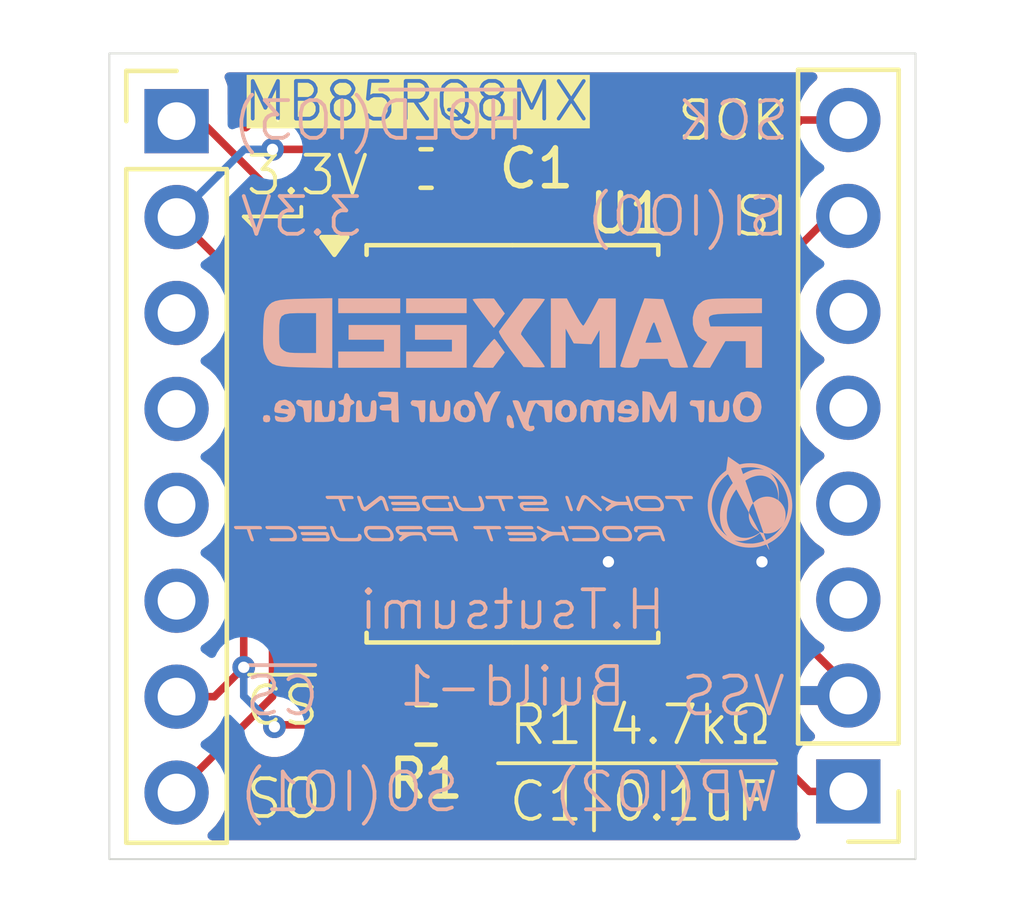
<source format=kicad_pcb>
(kicad_pcb (version 20241229) (generator "pcbnew") (generator_version "9.0")
  (layers (0 "F.Cu" signal) (2 "B.Cu" signal) (13 "F.Paste" user) (15 "B.Paste" user) (5 "F.SilkS" user "F.Silkscreen") (7 "B.SilkS" user "B.Silkscreen") (1 "F.Mask" user) (3 "B.Mask" user) (25 "Edge.Cuts" user))
  (net 0 "")
  (net 1 "VSS")
  (net 2 "VDD")
  (net 3 "~{CS}")
  (net 5 "~{HOLD}(IO3)")
  (net 6 "SO(IO1)")
  (net 11 "~{WP}(IO2)")
  (net 14 "SI(IO0)")
  (net 16 "SCK")
  (footprint "Capacitor_SMD:C_0603_1608Metric_Pad1.08x0.95mm_HandSolder" (layer "F.Cu") (at 98.044 92.71 180)
    (property "Reference" "C1" (at -2.921 0 0) (layer "F.SilkS"))
    (property "Value" "0.1uF")
    (pad "1" smd roundrect (at -0.8625 0 180) (size 1.075 0.95) (layers "F.Cu" "F.Mask" "F.Paste") (net 1 "VSS"))
    (pad "2" smd roundrect (at 0.8625 0 180) (size 1.075 0.95) (layers "F.Cu" "F.Mask" "F.Paste") (net 2 "VDD"))
  )
  (footprint "Connector_PinHeader_2.54mm:PinHeader_1x08_P2.54mm_Vertical" (layer "F.Cu") (at 91.44 91.455)
    (property "Reference" "J1" (hide yes))
    (property "Value" "Conn_01x08")
    (pad "1" thru_hole rect (at 0 0) (size 1.7 1.7) (drill 1) (layers "*.Cu" "*.Mask") (net 5 "~{HOLD}(IO3)"))
    (pad "2" thru_hole oval (at 0 2.54) (size 1.7 1.7) (drill 1) (layers "*.Cu" "*.Mask") (net 2 "VDD"))
    (pad "3" thru_hole oval (at 0 5.08) (size 1.7 1.7) (drill 1) (layers "*.Cu" "*.Mask"))
    (pad "4" thru_hole oval (at 0 7.62) (size 1.7 1.7) (drill 1) (layers "*.Cu" "*.Mask"))
    (pad "5" thru_hole oval (at 0 10.16) (size 1.7 1.7) (drill 1) (layers "*.Cu" "*.Mask"))
    (pad "6" thru_hole oval (at 0 12.7) (size 1.7 1.7) (drill 1) (layers "*.Cu" "*.Mask"))
    (pad "7" thru_hole oval (at 0 15.24) (size 1.7 1.7) (drill 1) (layers "*.Cu" "*.Mask") (net 3 "~{CS}"))
    (pad "8" thru_hole oval (at 0 17.78) (size 1.7 1.7) (drill 1) (layers "*.Cu" "*.Mask") (net 6 "SO(IO1)"))
  )
  (footprint "Connector_PinHeader_2.54mm:PinHeader_1x08_P2.54mm_Vertical" (layer "F.Cu") (at 109.22 109.205 180)
    (property "Reference" "J2" (hide yes))
    (property "Value" "Conn_01x08")
    (pad "1" thru_hole rect (at 0 0 180) (size 1.7 1.7) (drill 1) (layers "*.Cu" "*.Mask") (net 11 "~{WP}(IO2)"))
    (pad "2" thru_hole oval (at 0 2.54 180) (size 1.7 1.7) (drill 1) (layers "*.Cu" "*.Mask") (net 1 "VSS"))
    (pad "3" thru_hole oval (at 0 5.08 180) (size 1.7 1.7) (drill 1) (layers "*.Cu" "*.Mask"))
    (pad "4" thru_hole oval (at 0 7.62 180) (size 1.7 1.7) (drill 1) (layers "*.Cu" "*.Mask"))
    (pad "5" thru_hole oval (at 0 10.16 180) (size 1.7 1.7) (drill 1) (layers "*.Cu" "*.Mask"))
    (pad "6" thru_hole oval (at 0 12.7 180) (size 1.7 1.7) (drill 1) (layers "*.Cu" "*.Mask"))
    (pad "7" thru_hole oval (at 0 15.24 180) (size 1.7 1.7) (drill 1) (layers "*.Cu" "*.Mask") (net 14 "SI(IO0)"))
    (pad "8" thru_hole oval (at 0 17.78 180) (size 1.7 1.7) (drill 1) (layers "*.Cu" "*.Mask") (net 16 "SCK"))
  )
  (footprint "Package_SO:SOIC-16W_7.5x10.3mm_P1.27mm" (layer "F.Cu") (at 100.33 100)
    (property "Reference" "U1" (at 3.048 -6.1 0) (layer "F.SilkS"))
    (property "Value" "MB85RQ8MX")
    (pad "1" smd roundrect (at -4.65 -4.445) (size 2.05 0.6) (layers "F.Cu" "F.Mask" "F.Paste") (net 5 "~{HOLD}(IO3)"))
    (pad "2" smd roundrect (at -4.65 -3.175) (size 2.05 0.6) (layers "F.Cu" "F.Mask" "F.Paste") (net 2 "VDD"))
    (pad "3" smd roundrect (at -4.65 -1.905) (size 2.05 0.6) (layers "F.Cu" "F.Mask" "F.Paste"))
    (pad "4" smd roundrect (at -4.65 -0.635) (size 2.05 0.6) (layers "F.Cu" "F.Mask" "F.Paste"))
    (pad "5" smd roundrect (at -4.65 0.635) (size 2.05 0.6) (layers "F.Cu" "F.Mask" "F.Paste"))
    (pad "6" smd roundrect (at -4.65 1.905) (size 2.05 0.6) (layers "F.Cu" "F.Mask" "F.Paste"))
    (pad "7" smd roundrect (at -4.65 3.175) (size 2.05 0.6) (layers "F.Cu" "F.Mask" "F.Paste") (net 3 "~{CS}"))
    (pad "8" smd roundrect (at -4.65 4.445) (size 2.05 0.6) (layers "F.Cu" "F.Mask" "F.Paste") (net 6 "SO(IO1)"))
    (pad "9" smd roundrect (at 4.65 4.445) (size 2.05 0.6) (layers "F.Cu" "F.Mask" "F.Paste") (net 11 "~{WP}(IO2)"))
    (pad "10" smd roundrect (at 4.65 3.175) (size 2.05 0.6) (layers "F.Cu" "F.Mask" "F.Paste") (net 1 "VSS"))
    (pad "11" smd roundrect (at 4.65 1.905) (size 2.05 0.6) (layers "F.Cu" "F.Mask" "F.Paste"))
    (pad "12" smd roundrect (at 4.65 0.635) (size 2.05 0.6) (layers "F.Cu" "F.Mask" "F.Paste"))
    (pad "13" smd roundrect (at 4.65 -0.635) (size 2.05 0.6) (layers "F.Cu" "F.Mask" "F.Paste"))
    (pad "14" smd roundrect (at 4.65 -1.905) (size 2.05 0.6) (layers "F.Cu" "F.Mask" "F.Paste"))
    (pad "15" smd roundrect (at 4.65 -3.175) (size 2.05 0.6) (layers "F.Cu" "F.Mask" "F.Paste") (net 14 "SI(IO0)"))
    (pad "16" smd roundrect (at 4.65 -4.445) (size 2.05 0.6) (layers "F.Cu" "F.Mask" "F.Paste") (net 16 "SCK"))
  )
  (footprint "Resistor_SMD:R_0603_1608Metric_Pad0.98x0.95mm_HandSolder" (layer "F.Cu") (at 98.044 107.442 180)
    (property "Reference" "R1" (at 0 -1.43 0) (layer "F.SilkS"))
    (property "Value" "4.7kR")
    (pad "1" smd roundrect (at -0.9125 0 180) (size 0.975 0.95) (layers "F.Cu" "F.Mask" "F.Paste") (net 2 "VDD"))
    (pad "2" smd roundrect (at 0.9125 0 180) (size 0.975 0.95) (layers "F.Cu" "F.Mask" "F.Paste") (net 3 "~{CS}"))
  )
  (footprint "LOGO" (layer "B.Cu") (at 100.33 97.79 180)
    (property "Reference" "G***" (hide yes))
    (property "Value" "LOGO" (hide yes))
  )
  (footprint "LOGO" (layer "B.Cu") (at 100.33 101.6 180)
    (property "Reference" "G***" (hide yes))
    (property "Value" "LOGO" (hide yes))
  )
  (gr_line (start 93.218 93.98) (end 93.472 94.234) (stroke (width 0.1)) (layer "F.SilkS"))
  (gr_line (start 94.742 93.98) (end 94.742 93.726) (stroke (width 0.1)) (layer "F.SilkS"))
  (gr_line (start 99.949 108.458) (end 107.315 108.458) (stroke (width 0.1)) (layer "F.SilkS"))
  (gr_line (start 93.218 93.98) (end 94.742 93.98) (stroke (width 0.1)) (layer "F.SilkS"))
  (gr_line (start 102.489 106.68) (end 102.489 110.236) (stroke (width 0.1)) (layer "F.SilkS"))
  (gr_rect (start 89.662 89.662) (end 110.998 110.998) (stroke (width 0.05)) (fill no) (layer "Edge.Cuts"))
  (gr_text "0.1uF" (at 105.029 109.474 0) (layer "F.SilkS") (effects (font (size 1 1) (thickness 0.1))))
  (gr_text "SO" (at 93.218 109.982 0) (layer "F.SilkS") (effects (font (size 1 1) (thickness 0.1)) (justify left bottom)))
  (gr_text "C1" (at 101.219 109.474 0) (layer "F.SilkS") (effects (font (size 1 1) (thickness 0.1))))
  (gr_text "3.3V" (at 93.218 93.472 0) (layer "F.SilkS") (effects (font (size 1 1) (thickness 0.1)) (justify left bottom)))
  (gr_text "MB85RQ8MX" (at 97.79 90.932 0) (layer "F.SilkS" knockout) (effects (font (size 1 1) (thickness 0.1))))
  (gr_text "4.7kΩ" (at 105.029 107.442 0) (layer "F.SilkS") (effects (font (size 1 1) (thickness 0.1))))
  (gr_text "R1" (at 101.219 107.442 0) (layer "F.SilkS") (effects (font (size 1 1) (thickness 0.1))))
  (gr_text "~{CS}" (at 94.234 106.934 0) (layer "F.SilkS") (effects (font (size 1 1) (thickness 0.1))))
  (gr_text "SCK" (at 106.172 91.44 0) (layer "F.SilkS") (effects (font (size 1 1) (thickness 0.1))))
  (gr_text "SI" (at 106.934 93.98 0) (layer "F.SilkS") (effects (font (size 1 1) (thickness 0.1))))
  (gr_text "3.3V" (at 94.742 93.98 0) (layer "B.SilkS") (effects (font (size 1 1) (thickness 0.1)) (justify mirror)))
  (gr_text "~{WP}(IO2)" (at 104.394 109.22 0) (layer "B.SilkS") (effects (font (size 1 1) (thickness 0.1)) (justify mirror)))
  (gr_text "SI(IO0)" (at 104.902 93.98 0) (layer "B.SilkS") (effects (font (size 1 1) (thickness 0.1)) (justify mirror)))
  (gr_text "~{HOLD}(IO3)" (at 96.774 91.44 0) (layer "B.SilkS") (effects (font (size 1 1) (thickness 0.1)) (justify mirror)))
  (gr_text "VSS" (at 106.172 106.68 0) (layer "B.SilkS") (effects (font (size 1 1) (thickness 0.1)) (justify mirror)))
  (gr_text "Build-1" (at 100.33 106.426 0) (layer "B.SilkS") (effects (font (size 1 1) (thickness 0.1)) (justify mirror)))
  (gr_text "SO(IO1)" (at 96.012 109.22 0) (layer "B.SilkS") (effects (font (size 1 1) (thickness 0.1)) (justify mirror)))
  (gr_text "SCK" (at 106.172 91.44 0) (layer "B.SilkS") (effects (font (size 1 1) (thickness 0.1)) (justify mirror)))
  (gr_text "H.Tsutsumi" (at 100.33 104.394 0) (layer "B.SilkS") (effects (font (size 1 1) (thickness 0.1)) (justify mirror)))
  (gr_text "~{CS}" (at 94.234 106.68 0) (layer "B.SilkS") (effects (font (size 1 1) (thickness 0.1)) (justify mirror)))
  (segment (start 109.22 106.426) (end 109.22 106.665) (width 0.2) (layer "F.Cu") (net 1))
  (segment (start 105.969 103.175) (end 104.98 103.175) (width 0.2) (layer "F.Cu") (net 1))
  (segment (start 105.969 103.175) (end 109.22 106.426) (width 0.2) (layer "F.Cu") (net 1))
  (via (at 102.87 103.124) (size 0.6) (drill 0.3) (layers "F.Cu" "B.Cu") (net 1))
  (via (at 106.934 103.124) (size 0.6) (drill 0.3) (layers "F.Cu" "B.Cu") (net 1))
  (segment (start 98.298 106.7835) (end 98.9565 107.442) (width 0.2) (layer "F.Cu") (net 2))
  (segment (start 96.6735 92.202) (end 97.1815 92.71) (width 0.2) (layer "F.Cu") (net 2))
  (segment (start 94.285 96.825) (end 92.71 95.25) (width 0.2) (layer "F.Cu") (net 2))
  (segment (start 98.298 97.536) (end 98.298 106.7835) (width 0.2) (layer "F.Cu") (net 2))
  (segment (start 92.71 95.25) (end 92.695 95.25) (width 0.2) (layer "F.Cu") (net 2))
  (segment (start 95.68 96.825) (end 94.285 96.825) (width 0.2) (layer "F.Cu") (net 2))
  (segment (start 93.98 92.202) (end 96.6735 92.202) (width 0.2) (layer "F.Cu") (net 2))
  (segment (start 92.695 95.25) (end 91.44 93.995) (width 0.2) (layer "F.Cu") (net 2))
  (segment (start 95.68 96.825) (end 97.587 96.825) (width 0.2) (layer "F.Cu") (net 2))
  (segment (start 97.587 96.825) (end 98.298 97.536) (width 0.2) (layer "F.Cu") (net 2))
  (via (at 93.98 92.202) (size 0.6) (drill 0.3) (layers "F.Cu" "B.Cu") (net 2))
  (segment (start 91.44 93.995) (end 93.233 92.202) (width 0.2) (layer "B.Cu") (net 2))
  (segment (start 93.233 92.202) (end 93.98 92.202) (width 0.2) (layer "B.Cu") (net 2))
  (segment (start 92.441 106.695) (end 91.44 106.695) (width 0.2) (layer "F.Cu") (net 3))
  (segment (start 93.218 105.918) (end 92.441 106.695) (width 0.2) (layer "F.Cu") (net 3))
  (segment (start 93.218 104.394) (end 93.218 105.918) (width 0.2) (layer "F.Cu") (net 3))
  (segment (start 94.030765 107.492765) (end 94.08153 107.442) (width 0.2) (layer "F.Cu") (net 3))
  (segment (start 95.68 103.175) (end 94.437 103.175) (width 0.2) (layer "F.Cu") (net 3))
  (segment (start 94.08153 107.442) (end 97.1315 107.442) (width 0.2) (layer "F.Cu") (net 3))
  (segment (start 94.437 103.175) (end 93.218 104.394) (width 0.2) (layer "F.Cu") (net 3))
  (via (at 94.030765 107.492765) (size 0.6) (drill 0.3) (layers "F.Cu" "B.Cu") (net 3))
  (via (at 93.218 105.918) (size 0.6) (drill 0.3) (layers "F.Cu" "B.Cu") (net 3))
  (segment (start 93.218 106.68) (end 93.218 105.918) (width 0.2) (layer "B.Cu") (net 3))
  (segment (start 94.030765 107.492765) (end 93.218 106.68) (width 0.2) (layer "B.Cu") (net 3))
  (segment (start 94.285 95.555) (end 93.726 94.996) (width 0.2) (layer "F.Cu") (net 5))
  (segment (start 93.726 94.996) (end 93.726 93.091) (width 0.2) (layer "F.Cu") (net 5))
  (segment (start 92.09 91.455) (end 91.44 91.455) (width 0.2) (layer "F.Cu") (net 5))
  (segment (start 93.726 93.091) (end 92.09 91.455) (width 0.2) (layer "F.Cu") (net 5))
  (segment (start 95.68 95.555) (end 94.285 95.555) (width 0.2) (layer "F.Cu") (net 5))
  (segment (start 94.437 104.445) (end 93.98 104.902) (width 0.2) (layer "F.Cu") (net 6))
  (segment (start 93.98 104.902) (end 93.98 106.695) (width 0.2) (layer "F.Cu") (net 6))
  (segment (start 93.98 106.695) (end 91.44 109.235) (width 0.2) (layer "F.Cu") (net 6))
  (segment (start 95.68 104.445) (end 94.437 104.445) (width 0.2) (layer "F.Cu") (net 6))
  (segment (start 108.189 109.205) (end 109.22 109.205) (width 0.2) (layer "F.Cu") (net 11))
  (segment (start 106.68 107.696) (end 108.189 109.205) (width 0.2) (layer "F.Cu") (net 11))
  (segment (start 104.98 104.445) (end 105.715 104.445) (width 0.2) (layer "F.Cu") (net 11))
  (segment (start 105.715 104.445) (end 106.68 105.41) (width 0.2) (layer "F.Cu") (net 11))
  (segment (start 106.68 105.41) (end 106.68 107.696) (width 0.2) (layer "F.Cu") (net 11))
  (segment (start 108.727 93.965) (end 109.22 93.965) (width 0.2) (layer "F.Cu") (net 14))
  (segment (start 105.867 96.825) (end 108.727 93.965) (width 0.2) (layer "F.Cu") (net 14))
  (segment (start 104.98 96.825) (end 105.867 96.825) (width 0.2) (layer "F.Cu") (net 14))
  (segment (start 106.68 94.615) (end 106.68 92.71) (width 0.2) (layer "F.Cu") (net 16))
  (segment (start 105.74 95.555) (end 106.68 94.615) (width 0.2) (layer "F.Cu") (net 16))
  (segment (start 107.965 91.425) (end 109.22 91.425) (width 0.2) (layer "F.Cu") (net 16))
  (segment (start 106.68 92.71) (end 107.965 91.425) (width 0.2) (layer "F.Cu") (net 16))
  (segment (start 104.98 95.555) (end 105.74 95.555) (width 0.2) (layer "F.Cu") (net 16))
  (zone (net 1) (net_name "VSS") (layers "F.Cu" "B.Cu") (connect_pads (clearance 0.5)) (min_thickness 0.25) (fill yes (thermal_gap 0.5) (thermal_bridge_width 0.5))
    (polygon (pts (xy 89.662 89.662) (xy 110.998 89.662) (xy 110.998 110.998) (xy 89.662 110.998)))
  )
)
</source>
